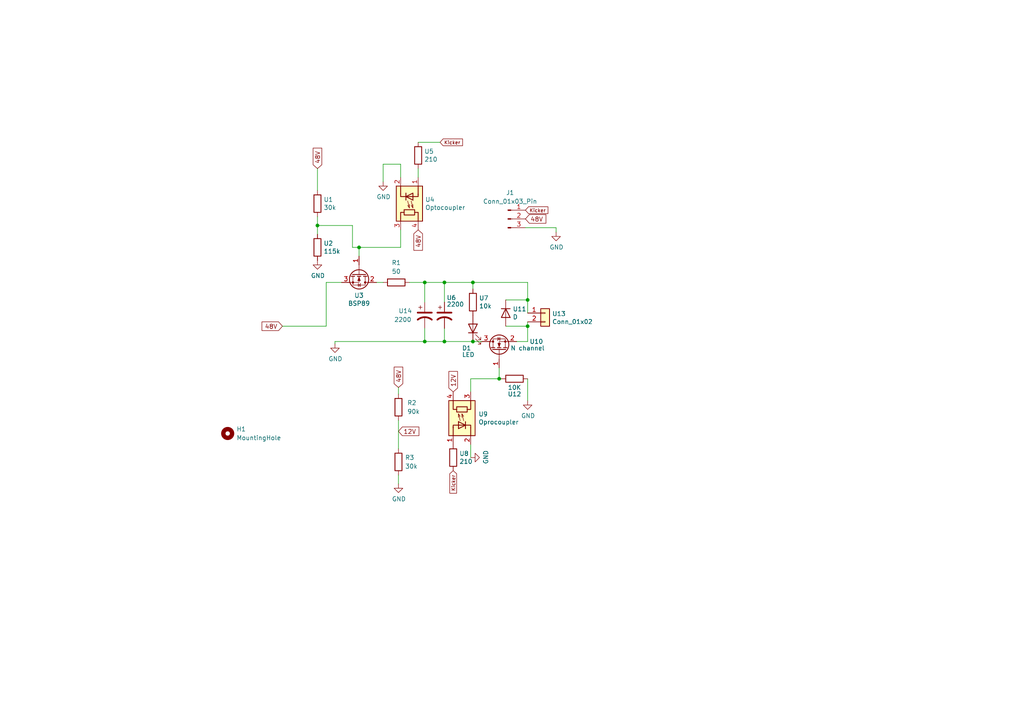
<source format=kicad_sch>
(kicad_sch (version 20231120) (generator "eeschema") (generator_version "8.0")
  (paper "A4")
  (lib_symbols
    (symbol "Connector:Conn_01x03_Pin" (pin_names (offset 1.016) hide)
      (property "Reference" "J" (at 0 5.08 0))
      (property "Value" "Conn_01x03_Pin" (at 0 -5.08 0))
      (symbol "Conn_01x03_Pin_1_1"
        (polyline (pts (xy 1.27 -2.54) (xy 0.8636 -2.54)) (stroke (width 0.1524)))
        (polyline (pts (xy 1.27 0) (xy 0.8636 0)) (stroke (width 0.1524)))
        (polyline (pts (xy 1.27 2.54) (xy 0.8636 2.54)) (stroke (width 0.1524)))
        (rectangle (start 0.8636 -2.413) (end 0 -2.667) (stroke (width 0.1524)) (fill (type outline)))
        (rectangle (start 0.8636 0.127) (end 0 -0.127) (stroke (width 0.1524)) (fill (type outline)))
        (rectangle (start 0.8636 2.667) (end 0 2.413) (stroke (width 0.1524)) (fill (type outline)))
        (pin passive line (at 5.08 2.54 180) (length 3.81) (name "Pin_1") (number "1"))
        (pin passive line (at 5.08 0 180) (length 3.81) (name "Pin_2") (number "2"))
        (pin passive line (at 5.08 -2.54 180) (length 3.81) (name "Pin_3") (number "3"))
      )
    )
    (symbol "Connector_Generic:Conn_01x02" (pin_names (offset 1.016) hide)
      (property "Reference" "J" (at 0 2.54 0))
      (property "Value" "Conn_01x02" (at 0 -5.08 0))
      (symbol "Conn_01x02_1_1"
        (rectangle (start -1.27 -2.413) (end 0 -2.667) (stroke (width 0.1524)))
        (rectangle (start -1.27 0.127) (end 0 -0.127) (stroke (width 0.1524)))
        (rectangle (start -1.27 1.27) (end 1.27 -3.81) (stroke (width 0.254)) (fill (type background)))
        (pin passive line (at -5.08 0 0) (length 3.81) (name "Pin_1") (number "1"))
        (pin passive line (at -5.08 -2.54 0) (length 3.81) (name "Pin_2") (number "2"))
      )
    )
    (symbol "Device:D" (pin_numbers hide) (pin_names (offset 1.016) hide)
      (property "Reference" "D" (at 0 2.54 0))
      (property "Value" "D" (at 0 -2.54 0))
      (symbol "D_0_1"
        (polyline (pts (xy -1.27 1.27) (xy -1.27 -1.27)) (stroke (width 0.254)))
        (polyline (pts (xy 1.27 0) (xy -1.27 0)))
        (polyline (pts (xy 1.27 1.27) (xy 1.27 -1.27) (xy -1.27 0) (xy 1.27 1.27)) (stroke (width 0.254)))
      )
      (symbol "D_1_1"
        (pin passive line (at -3.81 0 0) (length 2.54) (name "K") (number "1"))
        (pin passive line (at 3.81 0 180) (length 2.54) (name "A") (number "2"))
      )
    )
    (symbol "Device:LED" (pin_numbers hide) (pin_names (offset 1.016) hide)
      (property "Reference" "D" (at 0 2.54 0))
      (property "Value" "LED" (at 0 -2.54 0))
      (symbol "LED_0_1"
        (polyline (pts (xy -1.27 -1.27) (xy -1.27 1.27)) (stroke (width 0.254)))
        (polyline (pts (xy -1.27 0) (xy 1.27 0)))
        (polyline (pts (xy 1.27 -1.27) (xy 1.27 1.27) (xy -1.27 0) (xy 1.27 -1.27)) (stroke (width 0.254)))
        (polyline (pts (xy -3.048 -0.762) (xy -4.572 -2.286) (xy -3.81 -2.286) (xy -4.572 -2.286) (xy -4.572 -1.524)))
        (polyline (pts (xy -1.778 -0.762) (xy -3.302 -2.286) (xy -2.54 -2.286) (xy -3.302 -2.286) (xy -3.302 -1.524)))
      )
      (symbol "LED_1_1"
        (pin passive line (at -3.81 0 0) (length 2.54) (name "K") (number "1"))
        (pin passive line (at 3.81 0 180) (length 2.54) (name "A") (number "2"))
      )
    )
    (symbol "Device:R" (pin_numbers hide) (pin_names (offset 0))
      (property "Reference" "R" (at 2.032 0 90))
      (property "Value" "R" (at 0 0 90))
      (symbol "R_0_1"
        (rectangle (start -1.016 -2.54) (end 1.016 2.54) (stroke (width 0.254)))
      )
      (symbol "R_1_1"
        (pin passive line (at 0 3.81 270) (length 1.27) (name "~") (number "1"))
        (pin passive line (at 0 -3.81 90) (length 1.27) (name "~") (number "2"))
      )
    )
    (symbol "Isolator:NSL-32" (pin_names (offset 0.762) hide)
      (property "Reference" "U" (at 0 5.08 0))
      (property "Value" "NSL-32" (at 0 -5.08 0))
      (symbol "NSL-32_0_1"
        (rectangle (start -5.08 3.81) (end 5.08 -3.81) (stroke (width 0.254)) (fill (type background)))
        (polyline (pts (xy -5.08 2.54) (xy -2.54 2.54)) (stroke (width 0.254)))
        (polyline (pts (xy -2.794 -2.54) (xy -5.08 -2.54)) (stroke (width 0.254)))
        (polyline (pts (xy -1.016 -1.016) (xy -3.048 -1.016) (xy -3.048 -1.016)) (stroke (width 0.254)))
        (polyline (pts (xy -0.762 -0.508) (xy 1.27 0) (xy 1.27 0)))
        (polyline (pts (xy -0.762 0.508) (xy 1.27 1.016) (xy 1.27 1.016)))
        (polyline (pts (xy 2.54 -1.524) (xy 2.54 -2.54) (xy 5.08 -2.54)) (stroke (width 0.254)))
        (polyline (pts (xy 2.54 1.524) (xy 2.54 2.54) (xy 5.08 2.54)) (stroke (width 0.254)))
        (polyline (pts (xy -2.794 -2.54) (xy -2.032 -2.54) (xy -2.032 2.54) (xy -2.794 2.54)) (stroke (width 0.254)))
        (polyline (pts (xy 0.254 0) (xy 1.27 0) (xy 0.508 -0.508) (xy 0.508 -0.508)))
        (polyline (pts (xy 0.254 1.016) (xy 1.27 1.016) (xy 0.508 0.508) (xy 0.508 0.508)))
        (polyline (pts (xy -1.016 1.016) (xy -3.048 1.016) (xy -2.032 -1.016) (xy -1.016 1.016) (xy -1.016 1.016) (xy -1.016 1.016)) (stroke (width 0.254)))
        (rectangle (start 1.778 1.524) (end 3.302 -1.524) (stroke (width 0.254)))
      )
      (symbol "NSL-32_1_1"
        (pin passive line (at -7.62 2.54 0) (length 2.54) (name "A") (number "1"))
        (pin passive line (at -7.62 -2.54 0) (length 2.54) (name "K") (number "2"))
        (pin passive line (at 7.62 -2.54 180) (length 2.54) (name "R") (number "3"))
        (pin passive line (at 7.62 2.54 180) (length 2.54) (name "R") (number "4"))
      )
    )
    (symbol "Line-PCB-rescue:CP1-Device" (pin_numbers hide) (pin_names (offset 0.254) hide)
      (property "Reference" "C" (at 0.635 2.54 0))
      (property "Value" "CP1-Device" (at 0.635 -2.54 0))
      (symbol "CP1-Device_0_1"
        (polyline (pts (xy -2.032 0.762) (xy 2.032 0.762)) (stroke (width 0.508)))
        (polyline (pts (xy -1.778 2.286) (xy -0.762 2.286)))
        (polyline (pts (xy -1.27 1.778) (xy -1.27 2.794)))
        (arc (start 2.032 -1.27) (mid 0 -0.5572) (end -2.032 -1.27) (stroke (width 0.508)))
      )
      (symbol "CP1-Device_1_1"
        (pin passive line (at 0 3.81 270) (length 2.794) (name "~") (number "1"))
        (pin passive line (at 0 -3.81 90) (length 3.302) (name "~") (number "2"))
      )
    )
    (symbol "Mechanical:MountingHole" (pin_names (offset 1.016)) (exclude_from_sim yes) (in_bom no)
      (property "Reference" "H" (at 0 5.08 0))
      (property "Value" "MountingHole" (at 0 3.175 0))
      (symbol "MountingHole_0_1"
        (circle (center 0 0) (radius 1.27) (stroke (width 1.27)))
      )
    )
    (symbol "Transistor_FET:2N7002K" (pin_names hide)
      (property "Reference" "Q" (at 5.08 1.905 0))
      (property "Value" "2N7002K" (at 5.08 0 0))
      (symbol "2N7002K_0_1"
        (polyline (pts (xy 0.254 0) (xy -2.54 0)))
        (polyline (pts (xy 0.254 1.905) (xy 0.254 -1.905)) (stroke (width 0.254)))
        (polyline (pts (xy 0.762 -1.27) (xy 0.762 -2.286)) (stroke (width 0.254)))
        (polyline (pts (xy 0.762 0.508) (xy 0.762 -0.508)) (stroke (width 0.254)))
        (polyline (pts (xy 0.762 2.286) (xy 0.762 1.27)) (stroke (width 0.254)))
        (polyline (pts (xy 2.54 2.54) (xy 2.54 1.778)))
        (polyline (pts (xy 2.54 -2.54) (xy 2.54 0) (xy 0.762 0)))
        (polyline (pts (xy 0.762 -1.778) (xy 3.302 -1.778) (xy 3.302 1.778) (xy 0.762 1.778)))
        (polyline (pts (xy 1.016 0) (xy 2.032 0.381) (xy 2.032 -0.381) (xy 1.016 0)) (fill (type outline)))
        (polyline (pts (xy 2.794 0.508) (xy 2.921 0.381) (xy 3.683 0.381) (xy 3.81 0.254)))
        (polyline (pts (xy 3.302 0.381) (xy 2.921 -0.254) (xy 3.683 -0.254) (xy 3.302 0.381)))
        (circle (center 1.651 0) (radius 2.794) (stroke (width 0.254)))
        (circle (center 2.54 -1.778) (radius 0.254) (fill (type outline)))
        (circle (center 2.54 1.778) (radius 0.254) (fill (type outline)))
      )
      (symbol "2N7002K_1_1"
        (pin input line (at -5.08 0 0) (length 2.54) (name "G") (number "1"))
        (pin passive line (at 2.54 -5.08 90) (length 2.54) (name "S") (number "2"))
        (pin passive line (at 2.54 5.08 270) (length 2.54) (name "D") (number "3"))
      )
    )
    (symbol "Transistor_FET:BSP89" (pin_names hide)
      (property "Reference" "Q" (at 5.08 1.905 0))
      (property "Value" "BSP89" (at 5.08 0 0))
      (symbol "BSP89_0_1"
        (polyline (pts (xy 0.254 0) (xy -2.54 0)))
        (polyline (pts (xy 0.254 1.905) (xy 0.254 -1.905)) (stroke (width 0.254)))
        (polyline (pts (xy 0.762 -1.27) (xy 0.762 -2.286)) (stroke (width 0.254)))
        (polyline (pts (xy 0.762 0.508) (xy 0.762 -0.508)) (stroke (width 0.254)))
        (polyline (pts (xy 0.762 2.286) (xy 0.762 1.27)) (stroke (width 0.254)))
        (polyline (pts (xy 2.54 2.54) (xy 2.54 1.778)))
        (polyline (pts (xy 2.54 -2.54) (xy 2.54 0) (xy 0.762 0)))
        (polyline (pts (xy 0.762 -1.778) (xy 3.302 -1.778) (xy 3.302 1.778) (xy 0.762 1.778)))
        (polyline (pts (xy 1.016 0) (xy 2.032 0.381) (xy 2.032 -0.381) (xy 1.016 0)) (fill (type outline)))
        (polyline (pts (xy 2.794 0.508) (xy 2.921 0.381) (xy 3.683 0.381) (xy 3.81 0.254)))
        (polyline (pts (xy 3.302 0.381) (xy 2.921 -0.254) (xy 3.683 -0.254) (xy 3.302 0.381)))
        (circle (center 1.651 0) (radius 2.794) (stroke (width 0.254)))
        (circle (center 2.54 -1.778) (radius 0.254) (fill (type outline)))
        (circle (center 2.54 1.778) (radius 0.254) (fill (type outline)))
      )
      (symbol "BSP89_1_1"
        (pin input line (at -5.08 0 0) (length 2.54) (name "G") (number "1"))
        (pin passive line (at 2.54 5.08 270) (length 2.54) (name "D") (number "2"))
        (pin passive line (at 2.54 -5.08 90) (length 2.54) (name "S") (number "3"))
      )
    )
    (symbol "power:GND" (power) (pin_names (offset 0))
      (property "Value" "GND" (at 0 -3.81 0))
      (symbol "GND_0_1"
        (polyline (pts (xy 0 0) (xy 0 -1.27) (xy 1.27 -1.27) (xy 0 -2.54) (xy -1.27 -1.27) (xy 0 -1.27)))
      )
      (symbol "GND_1_1"
        (pin power_in line (at 0 0 270) (length 0) hide (name "GND") (number "1"))
      )
    )
  )
  (junction (at 153.035 86.995))
  (junction (at 137.16 81.915))
  (junction (at 104.14 71.755))
  (junction (at 128.905 81.915))
  (junction (at 153.035 94.615))
  (junction (at 92.075 65.405))
  (junction (at 137.16 99.06))
  (junction (at 144.78 109.855))
  (junction (at 123.19 81.915))
  (junction (at 123.19 99.06))
  (junction (at 128.905 99.06))
  (wire (pts (xy 92.075 48.895) (xy 92.075 55.245)))
  (wire (pts (xy 118.745 81.915) (xy 123.19 81.915)))
  (wire (pts (xy 153.035 99.06) (xy 153.035 94.615)))
  (wire (pts (xy 116.205 71.755) (xy 116.205 66.675)))
  (wire (pts (xy 137.16 99.06) (xy 128.905 99.06)))
  (wire (pts (xy 128.905 99.06) (xy 128.905 95.25)))
  (wire (pts (xy 97.155 99.06) (xy 123.19 99.06)))
  (wire (pts (xy 115.57 121.92) (xy 115.57 130.175)))
  (wire (pts (xy 153.035 109.855) (xy 153.035 116.205)))
  (wire (pts (xy 92.075 62.865) (xy 92.075 65.405)))
  (wire (pts (xy 144.78 109.855) (xy 145.415 109.855)))
  (wire (pts (xy 161.29 66.04) (xy 161.29 67.31)))
  (wire (pts (xy 94.615 94.615) (xy 94.615 81.915)))
  (wire (pts (xy 115.57 112.395) (xy 115.57 114.3)))
  (wire (pts (xy 127.635 41.275) (xy 121.285 41.275)))
  (wire (pts (xy 123.19 95.25) (xy 123.19 99.06)))
  (wire (pts (xy 152.4 66.04) (xy 161.29 66.04)))
  (wire (pts (xy 144.78 109.855) (xy 136.525 109.855)))
  (wire (pts (xy 104.14 74.295) (xy 104.14 71.755)))
  (wire (pts (xy 128.905 81.915) (xy 137.16 81.915)))
  (wire (pts (xy 92.075 65.405) (xy 102.235 65.405)))
  (wire (pts (xy 153.035 86.995) (xy 153.035 90.805)))
  (wire (pts (xy 123.19 81.915) (xy 123.19 87.63)))
  (wire (pts (xy 102.235 65.405) (xy 102.235 71.755)))
  (wire (pts (xy 121.285 48.895) (xy 121.285 51.435)))
  (wire (pts (xy 97.155 99.06) (xy 97.155 99.695)))
  (wire (pts (xy 92.075 65.405) (xy 92.075 67.945)))
  (wire (pts (xy 128.905 81.915) (xy 123.19 81.915)))
  (wire (pts (xy 136.525 128.905) (xy 136.525 132.715)))
  (wire (pts (xy 137.16 81.915) (xy 153.035 81.915)))
  (wire (pts (xy 102.235 71.755) (xy 104.14 71.755)))
  (wire (pts (xy 136.525 113.665) (xy 136.525 109.855)))
  (wire (pts (xy 137.16 81.915) (xy 137.16 83.82)))
  (wire (pts (xy 94.615 81.915) (xy 99.06 81.915)))
  (wire (pts (xy 139.7 99.06) (xy 137.16 99.06)))
  (wire (pts (xy 153.035 81.915) (xy 153.035 86.995)))
  (wire (pts (xy 104.14 71.755) (xy 116.205 71.755)))
  (wire (pts (xy 115.57 137.795) (xy 115.57 140.335)))
  (wire (pts (xy 144.78 109.855) (xy 144.78 106.68)))
  (wire (pts (xy 116.205 51.435) (xy 116.205 47.625)))
  (wire (pts (xy 146.685 94.615) (xy 153.035 94.615)))
  (wire (pts (xy 109.22 81.915) (xy 111.125 81.915)))
  (wire (pts (xy 146.685 86.995) (xy 153.035 86.995)))
  (wire (pts (xy 111.125 47.625) (xy 111.125 52.705)))
  (wire (pts (xy 116.205 47.625) (xy 111.125 47.625)))
  (wire (pts (xy 153.035 99.06) (xy 149.86 99.06)))
  (wire (pts (xy 81.915 94.615) (xy 94.615 94.615)))
  (wire (pts (xy 153.035 94.615) (xy 153.035 93.345)))
  (wire (pts (xy 128.905 81.915) (xy 128.905 87.63)))
  (wire (pts (xy 123.19 99.06) (xy 128.905 99.06)))
  (global_label "Kicker" (shape input) (at 152.4 60.96 0) (effects (font (size 1 1))) (property "Intersheetrefs" "${INTERSHEET_REFS}" (effects (hide yes))))
  (global_label "48V" (shape input) (at 92.075 48.895 90) (property "Intersheetrefs" "${INTERSHEET_REFS}" (effects (hide yes))))
  (global_label "48V" (shape input) (at 81.915 94.615 180) (property "Intersheetrefs" "${INTERSHEET_REFS}" (effects (hide yes))))
  (global_label "48V" (shape input) (at 115.57 112.395 90) (property "Intersheetrefs" "${INTERSHEET_REFS}" (effects (hide yes))))
  (global_label "48V" (shape input) (at 121.285 66.675 270) (property "Intersheetrefs" "${INTERSHEET_REFS}" (effects (hide yes))))
  (global_label "Kicker" (shape input) (at 127.635 41.275 0) (effects (font (size 1 1))) (property "Intersheetrefs" "${INTERSHEET_REFS}" (effects (hide yes))))
  (global_label "Kicker" (shape input) (at 131.445 136.525 270) (effects (font (size 1 1))) (property "Intersheetrefs" "${INTERSHEET_REFS}" (effects (hide yes))))
  (global_label "48V" (shape input) (at 152.4 63.5 0) (property "Intersheetrefs" "${INTERSHEET_REFS}" (effects (hide yes))))
  (global_label "12V" (shape input) (at 115.57 125.095 0) (property "Intersheetrefs" "${INTERSHEET_REFS}" (effects (hide yes))))
  (global_label "12V" (shape input) (at 131.445 113.665 90) (property "Intersheetrefs" "${INTERSHEET_REFS}" (effects (hide yes))))
  (symbol (lib_id "Connector_Generic:Conn_01x02") (at 158.115 90.805 0) (unit 1)
    (property "Reference" "U13" (at 160.147 91.0082 0) (effects (justify left)))
    (property "Value" "Conn_01x02" (at 160.147 93.3196 0) (effects (justify left)))
    (property "Footprint" "SMDPads:Pads_1x02" (effects (hide yes)))
  )
  (symbol (lib_id "power:GND") (at 92.075 75.565 0) (unit 1)
    (property "Reference" "#PWR01" (effects (hide yes)))
    (property "Value" "GND" (at 92.202 79.9592 0))
  )
  (symbol (lib_id "Device:R") (at 131.445 132.715 180) (unit 1)
    (property "Reference" "U8" (at 133.223 131.5466 0) (effects (justify right)))
    (property "Value" "210" (at 133.223 133.858 0) (effects (justify right)))
    (property "Footprint" "Resistor_SMD:R_0805_2012Metric_Pad1.20x1.40mm_HandSolder" (effects (hide yes)))
  )
  (symbol (lib_id "Device:R") (at 121.285 45.085 180) (unit 1)
    (property "Reference" "U5" (at 123.063 43.9166 0) (effects (justify right)))
    (property "Value" "210" (at 123.063 46.228 0) (effects (justify right)))
    (property "Footprint" "Resistor_SMD:R_0805_2012Metric_Pad1.20x1.40mm_HandSolder" (effects (hide yes)))
  )
  (symbol (lib_id "Device:R") (at 114.935 81.915 270) (mirror x) (unit 1)
    (property "Reference" "R1" (at 114.935 76.2 90))
    (property "Value" "50" (at 114.935 78.74 90))
    (property "Footprint" "Package_TO_SOT_THT:TO-220-2_Vertical" (effects (hide yes)))
  )
  (symbol (lib_id "Isolator:NSL-32") (at 133.985 121.285 90) (unit 1)
    (property "Reference" "U9" (at 138.7602 120.1166 90) (effects (justify right)))
    (property "Value" "Oprocoupler" (at 138.7602 122.428 90) (effects (justify right)))
    (property "Footprint" "Package_DIP:DIP-4_W7.62mm" (effects (hide yes)))
    (property "Datasheet" "http://lunainc.com/wp-content/uploads/2016/06/NSL-32.pdf" (effects (hide yes)))
  )
  (symbol (lib_id "Device:R") (at 149.225 109.855 270) (unit 1)
    (property "Reference" "U12" (at 149.225 114.3 90))
    (property "Value" "10K" (at 149.225 112.395 90))
    (property "Footprint" "Resistor_SMD:R_0805_2012Metric_Pad1.20x1.40mm_HandSolder" (effects (hide yes)))
  )
  (symbol (lib_id "Device:R") (at 92.075 71.755 180) (unit 1)
    (property "Reference" "U2" (at 93.853 70.5866 0) (effects (justify right)))
    (property "Value" "115k" (at 93.853 72.898 0) (effects (justify right)))
    (property "Footprint" "Resistor_SMD:R_0805_2012Metric_Pad1.20x1.40mm_HandSolder" (effects (hide yes)))
  )
  (symbol (lib_id "Device:R") (at 115.57 118.11 0) (unit 1)
    (property "Reference" "R2" (at 118.11 116.84 0) (effects (justify left)))
    (property "Value" "90k" (at 118.11 119.38 0) (effects (justify left)))
    (property "Footprint" "Resistor_SMD:R_0805_2012Metric_Pad1.20x1.40mm_HandSolder" (effects (hide yes)))
  )
  (symbol (lib_id "Mechanical:MountingHole") (at 66.04 125.73 0) (unit 1) (exclude_from_sim yes) (in_bom no)
    (property "Reference" "H1" (at 68.58 124.4599 0) (effects (justify left)))
    (property "Value" "MountingHole" (at 68.58 126.9999 0) (effects (justify left)))
    (property "Footprint" "MountingHole:MountingHole_3.2mm_M3_DIN965_Pad" (effects (hide yes)))
    (property "Description" "Mounting Hole without connection" (effects (hide yes)))
  )
  (symbol (lib_id "Device:D") (at 146.685 90.805 270) (unit 1)
    (property "Reference" "U11" (at 148.717 89.6366 90) (effects (justify left)))
    (property "Value" "D" (at 148.717 91.948 90) (effects (justify left)))
    (property "Footprint" "Diode_THT:D_5W_P12.70mm_Horizontal" (effects (hide yes)))
  )
  (symbol (lib_id "Connector:Conn_01x03_Pin") (at 147.32 63.5 0) (unit 1)
    (property "Reference" "J1" (at 147.955 55.88 0))
    (property "Value" "Conn_01x03_Pin" (at 147.955 58.42 0))
    (property "Footprint" "Connector_PinHeader_2.54mm:PinHeader_1x03_P2.54mm_Vertical" (effects (hide yes)))
  )
  (symbol (lib_id "Transistor_FET:2N7002K") (at 144.78 101.6 90) (unit 1)
    (property "Reference" "U10" (at 155.575 99.06 90))
    (property "Value" "N channel" (at 153.035 100.965 90))
    (property "Footprint" "Package_TO_SOT_THT:TO-220-3_Vertical" (effects (hide yes)))
    (property "Datasheet" "https://www.diodes.com/assets/Datasheets/ds30896.pdf" (effects (hide yes)))
  )
  (symbol (lib_id "Device:LED") (at 137.16 95.25 90) (unit 1)
    (property "Reference" "D1" (at 133.985 100.965 90) (effects (justify right)))
    (property "Value" "LED" (at 133.985 102.87 90) (effects (justify right)))
    (property "Footprint" "LED_SMD:LED_0805_2012Metric_Pad1.15x1.40mm_HandSolder" (effects (hide yes)))
  )
  (symbol (lib_id "Device:R") (at 115.57 133.985 0) (unit 1)
    (property "Reference" "R3" (at 117.475 132.715 0) (effects (justify left)))
    (property "Value" "30k" (at 117.475 135.255 0) (effects (justify left)))
    (property "Footprint" "Resistor_SMD:R_0805_2012Metric_Pad1.20x1.40mm_HandSolder" (effects (hide yes)))
  )
  (symbol (lib_id "Line-PCB-rescue:CP1-Device") (at 123.19 91.44 0) (unit 1)
    (property "Reference" "U14" (at 115.57 90.17 0) (effects (justify left)))
    (property "Value" "2200" (at 114.3 92.71 0) (effects (justify left)))
    (property "Footprint" "Capacitor_THT:CP_Radial_D18.0mm_P7.50mm" (effects (hide yes)))
  )
  (symbol (lib_id "power:GND") (at 111.125 52.705 0) (unit 1)
    (property "Reference" "#PWR03" (effects (hide yes)))
    (property "Value" "GND" (at 111.252 57.0992 0))
  )
  (symbol (lib_id "power:GND") (at 115.57 140.335 0) (unit 1)
    (property "Reference" "#PWR06" (effects (hide yes)))
    (property "Value" "GND" (at 115.697 144.7292 0))
  )
  (symbol (lib_id "power:GND") (at 136.525 132.715 90) (unit 1)
    (property "Reference" "#PWR04" (effects (hide yes)))
    (property "Value" "GND" (at 140.9192 132.588 0))
  )
  (symbol (lib_id "power:GND") (at 161.29 67.31 0) (unit 1)
    (property "Reference" "#PWR07" (effects (hide yes)))
    (property "Value" "GND" (at 161.417 71.7042 0))
  )
  (symbol (lib_id "Device:R") (at 92.075 59.055 180) (unit 1)
    (property "Reference" "U1" (at 93.853 57.8866 0) (effects (justify right)))
    (property "Value" "30k" (at 93.853 60.198 0) (effects (justify right)))
    (property "Footprint" "Resistor_SMD:R_0805_2012Metric_Pad1.20x1.40mm_HandSolder" (effects (hide yes)))
  )
  (symbol (lib_id "Line-PCB-rescue:CP1-Device") (at 128.905 91.44 0) (unit 1)
    (property "Reference" "U6" (at 129.54 86.36 0) (effects (justify left)))
    (property "Value" "2200" (at 129.54 88.265 0) (effects (justify left)))
    (property "Footprint" "Capacitor_THT:CP_Radial_D18.0mm_P7.50mm" (effects (hide yes)))
  )
  (symbol (lib_id "Device:R") (at 137.16 87.63 180) (unit 1)
    (property "Reference" "U7" (at 138.938 86.4616 0) (effects (justify right)))
    (property "Value" "10k" (at 138.938 88.773 0) (effects (justify right)))
    (property "Footprint" "Resistor_SMD:R_0805_2012Metric_Pad1.20x1.40mm_HandSolder" (effects (hide yes)))
  )
  (symbol (lib_id "Isolator:NSL-32") (at 118.745 59.055 270) (unit 1)
    (property "Reference" "U4" (at 123.317 57.8866 90) (effects (justify left)))
    (property "Value" "Optocoupler" (at 123.317 60.198 90) (effects (justify left)))
    (property "Footprint" "Package_DIP:DIP-4_W7.62mm" (effects (hide yes)))
    (property "Datasheet" "http://lunainc.com/wp-content/uploads/2016/06/NSL-32.pdf" (effects (hide yes)))
  )
  (symbol (lib_id "Transistor_FET:BSP89") (at 104.14 79.375 270) (unit 1)
    (property "Reference" "U3" (at 104.14 85.6996 90))
    (property "Value" "BSP89" (at 104.14 88.011 90))
    (property "Footprint" "Package_TO_SOT_THT:TO-220-3_Vertical" (effects (hide yes)))
    (property "Datasheet" "https://www.infineon.com/dgdl/Infineon-BSP89-DS-v02_02-en.pdf?fileId=db3a30433b47825b013b4b8a07f90d55" (effects (hide yes)))
  )
  (symbol (lib_id "power:GND") (at 97.155 99.695 0) (unit 1)
    (property "Reference" "#PWR02" (effects (hide yes)))
    (property "Value" "GND" (at 97.282 104.0892 0))
  )
  (symbol (lib_id "power:GND") (at 153.035 116.205 0) (unit 1)
    (property "Reference" "#PWR05" (effects (hide yes)))
    (property "Value" "GND" (at 153.162 120.5992 0))
  )
)
</source>
